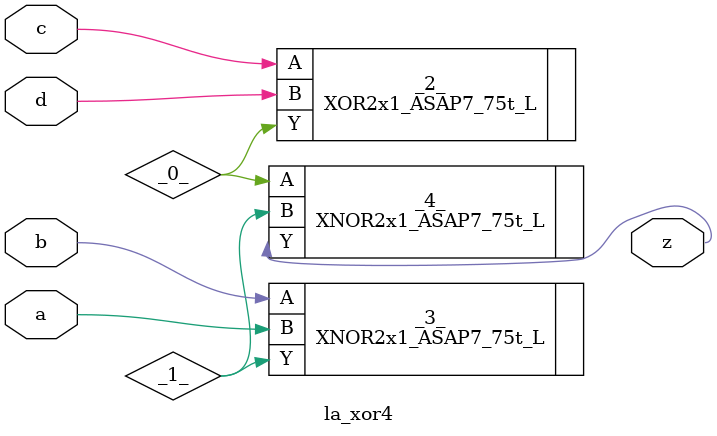
<source format=v>

/* Generated by Yosys 0.44 (git sha1 80ba43d26, g++ 11.4.0-1ubuntu1~22.04 -fPIC -O3) */

(* top =  1  *)
(* src = "generated" *)
(* keep_hierarchy *)
module la_xor4 (
    a,
    b,
    c,
    d,
    z
);
  wire _0_;
  wire _1_;
  (* src = "generated" *)
  input a;
  wire a;
  (* src = "generated" *)
  input b;
  wire b;
  (* src = "generated" *)
  input c;
  wire c;
  (* src = "generated" *)
  input d;
  wire d;
  (* src = "generated" *)
  output z;
  wire z;
  XOR2x1_ASAP7_75t_L _2_ (
      .A(c),
      .B(d),
      .Y(_0_)
  );
  XNOR2x1_ASAP7_75t_L _3_ (
      .A(b),
      .B(a),
      .Y(_1_)
  );
  XNOR2x1_ASAP7_75t_L _4_ (
      .A(_0_),
      .B(_1_),
      .Y(z)
  );
endmodule

</source>
